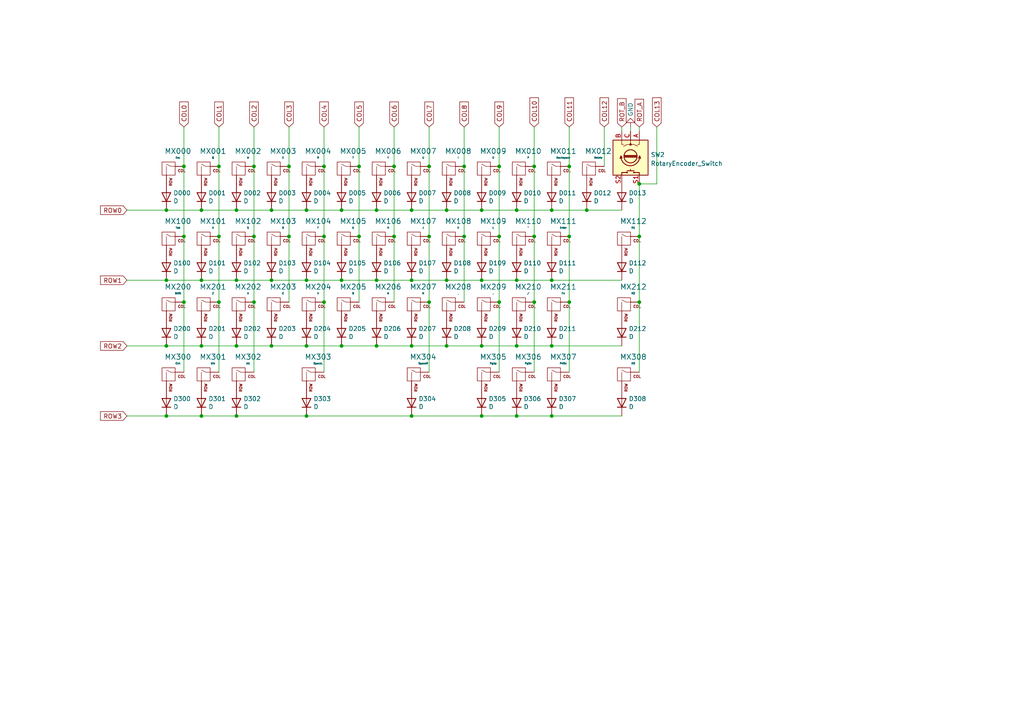
<source format=kicad_sch>
(kicad_sch (version 20211123) (generator eeschema)
  (paper "A4")
  (lib_symbols
    (symbol "Device:D" (pin_numbers hide) (pin_names (offset 1.016) hide)
      (property "Reference" "D" (at 0 2.54 0))
      (property "Value" "D" (at 0 -2.54 0))
      (symbol "D_0_1"
        (polyline (pts (xy -1.27 1.27) (xy -1.27 -1.27)) (stroke (width 0.254)))
        (polyline (pts (xy 1.27 0) (xy -1.27 0)))
        (polyline (pts (xy 1.27 1.27) (xy 1.27 -1.27) (xy -1.27 0) (xy 1.27 1.27)) (stroke (width 0.254)))
      )
      (symbol "D_1_1"
        (pin passive line (at -3.81 0 0) (length 2.54) (name "K") (number "1"))
        (pin passive line (at 3.81 0 180) (length 2.54) (name "A") (number "2"))
      )
    )
    (symbol "Device:RotaryEncoder_Switch" (pin_names (offset 0.254) hide)
      (property "Reference" "SW" (at 0 6.604 0))
      (property "Value" "RotaryEncoder_Switch" (at 0 -6.604 0))
      (symbol "RotaryEncoder_Switch_0_1"
        (rectangle (start -5.08 5.08) (end 5.08 -5.08) (stroke (width 0.254)) (fill (type background)))
        (circle (center -3.81 0) (radius 0.254) (fill (type outline)))
        (arc (start -0.381 -2.794) (mid 2.3622 -0.0508) (end -0.381 2.667) (stroke (width 0.254)))
        (circle (center -0.381 0) (radius 1.905) (stroke (width 0.254)))
        (polyline (pts (xy -0.635 -1.778) (xy -0.635 1.778)) (stroke (width 0.254)))
        (polyline (pts (xy -0.381 -1.778) (xy -0.381 1.778)) (stroke (width 0.254)))
        (polyline (pts (xy -0.127 1.778) (xy -0.127 -1.778)) (stroke (width 0.254)))
        (polyline (pts (xy 3.81 0) (xy 3.429 0)) (stroke (width 0.254)))
        (polyline (pts (xy 3.81 1.016) (xy 3.81 -1.016)) (stroke (width 0.254)))
        (polyline (pts (xy -5.08 -2.54) (xy -3.81 -2.54) (xy -3.81 -2.032)))
        (polyline (pts (xy -5.08 2.54) (xy -3.81 2.54) (xy -3.81 2.032)))
        (polyline (pts (xy 0.254 -3.048) (xy -0.508 -2.794) (xy 0.127 -2.413)) (stroke (width 0.254)))
        (polyline (pts (xy 0.254 2.921) (xy -0.508 2.667) (xy 0.127 2.286)) (stroke (width 0.254)))
        (polyline (pts (xy 5.08 -2.54) (xy 4.318 -2.54) (xy 4.318 -1.016)) (stroke (width 0.254)))
        (polyline (pts (xy 5.08 2.54) (xy 4.318 2.54) (xy 4.318 1.016)) (stroke (width 0.254)))
        (polyline (pts (xy -5.08 0) (xy -3.81 0) (xy -3.81 -1.016) (xy -3.302 -2.032)))
        (polyline (pts (xy -4.318 0) (xy -3.81 0) (xy -3.81 1.016) (xy -3.302 2.032)))
        (circle (center 4.318 -1.016) (radius 0.127) (stroke (width 0.254)))
        (circle (center 4.318 1.016) (radius 0.127) (stroke (width 0.254)))
      )
      (symbol "RotaryEncoder_Switch_1_1"
        (pin passive line (at -7.62 2.54 0) (length 2.54) (name "A") (number "A"))
        (pin passive line (at -7.62 -2.54 0) (length 2.54) (name "B") (number "B"))
        (pin passive line (at -7.62 0 0) (length 2.54) (name "C") (number "C"))
        (pin passive line (at 7.62 2.54 180) (length 2.54) (name "S1") (number "S1"))
        (pin passive line (at 7.62 -2.54 180) (length 2.54) (name "S2") (number "S2"))
      )
    )
    (symbol "MX_Alps_Hybrid:MX-NoLED" (pin_names (offset 1.016))
      (property "Reference" "MX" (at -0.635 3.81 0))
      (property "Value" "MX-NoLED" (at -0.635 1.27 0))
      (symbol "MX-NoLED_0_0"
        (rectangle (start -2.54 2.54) (end 1.27 -1.27))
        (polyline (pts (xy -1.27 -1.27) (xy -1.27 1.27)) (stroke (width 0.127)))
        (polyline (pts (xy 1.27 1.27) (xy 0 1.27) (xy -1.27 1.905)) (stroke (width 0.127)))
        (text "COL" (at 3.175 0 0) (effects (font (size 0.762 0.762))))
        (text "ROW" (at 0 -1.905 900) (effects (font (size 0.762 0.762)) (justify right)))
      )
      (symbol "MX-NoLED_1_1"
        (pin passive line (at 3.81 1.27 180) (length 2.54) (name "COL") (number "1"))
        (pin passive line (at -1.27 -3.81 90) (length 2.54) (name "ROW") (number "2"))
      )
    )
    (symbol "power:GND" (power) (pin_names (offset 0))
      (property "Value" "GND" (at 0 -3.81 0))
      (symbol "GND_0_1"
        (polyline (pts (xy 0 0) (xy 0 -1.27) (xy 1.27 -1.27) (xy 0 -2.54) (xy -1.27 -1.27) (xy 0 -1.27)))
      )
      (symbol "GND_1_1"
        (pin power_in line (at 0 0 270) (length 0) hide (name "GND") (number "1"))
      )
    )
  )
  (junction (at 165.1 48.26))
  (junction (at 93.98 68.58))
  (junction (at 160.02 100.33))
  (junction (at 83.82 68.58))
  (junction (at 165.1 68.58))
  (junction (at 63.5 87.63))
  (junction (at 185.42 87.63))
  (junction (at 114.3 68.58))
  (junction (at 149.86 60.96))
  (junction (at 160.02 60.96))
  (junction (at 109.22 100.33))
  (junction (at 119.38 120.65))
  (junction (at 104.14 68.58))
  (junction (at 68.58 60.96))
  (junction (at 73.66 68.58))
  (junction (at 73.66 87.63))
  (junction (at 53.34 87.63))
  (junction (at 53.34 48.26))
  (junction (at 48.26 60.96))
  (junction (at 88.9 60.96))
  (junction (at 124.46 48.26))
  (junction (at 58.42 81.28))
  (junction (at 58.42 60.96))
  (junction (at 154.94 87.63))
  (junction (at 124.46 68.58))
  (junction (at 109.22 60.96))
  (junction (at 119.38 60.96))
  (junction (at 99.06 100.33))
  (junction (at 73.66 48.26))
  (junction (at 99.06 81.28))
  (junction (at 134.62 68.58))
  (junction (at 83.82 48.26))
  (junction (at 119.38 81.28))
  (junction (at 58.42 120.65))
  (junction (at 68.58 100.33))
  (junction (at 124.46 87.63))
  (junction (at 154.94 68.58))
  (junction (at 139.7 100.33))
  (junction (at 68.58 81.28))
  (junction (at 48.26 81.28))
  (junction (at 68.58 120.65))
  (junction (at 78.74 100.33))
  (junction (at 139.7 60.96))
  (junction (at 78.74 81.28))
  (junction (at 119.38 100.33))
  (junction (at 53.34 68.58))
  (junction (at 160.02 120.65))
  (junction (at 144.78 87.63))
  (junction (at 99.06 60.96))
  (junction (at 88.9 81.28))
  (junction (at 129.54 100.33))
  (junction (at 48.26 120.65))
  (junction (at 129.54 81.28))
  (junction (at 58.42 100.33))
  (junction (at 78.74 60.96))
  (junction (at 170.18 60.96))
  (junction (at 149.86 120.65))
  (junction (at 104.14 48.26))
  (junction (at 129.54 60.96))
  (junction (at 63.5 68.58))
  (junction (at 149.86 81.28))
  (junction (at 93.98 87.63))
  (junction (at 139.7 81.28))
  (junction (at 160.02 81.28))
  (junction (at 88.9 100.33))
  (junction (at 93.98 48.26))
  (junction (at 88.9 120.65))
  (junction (at 139.7 120.65))
  (junction (at 144.78 48.26))
  (junction (at 165.1 87.63))
  (junction (at 144.78 68.58))
  (junction (at 114.3 48.26))
  (junction (at 134.62 48.26))
  (junction (at 149.86 100.33))
  (junction (at 48.26 100.33))
  (junction (at 185.42 68.58))
  (junction (at 63.5 48.26))
  (junction (at 109.22 81.28))
  (junction (at 185.42 53.34))
  (junction (at 154.94 48.26))
  (wire (pts (xy 73.66 68.58) (xy 73.66 87.63)))
  (wire (pts (xy 129.54 81.28) (xy 139.7 81.28)))
  (wire (pts (xy 185.42 107.95) (xy 185.42 87.63)))
  (wire (pts (xy 88.9 120.65) (xy 119.38 120.65)))
  (wire (pts (xy 129.54 100.33) (xy 139.7 100.33)))
  (wire (pts (xy 144.78 87.63) (xy 144.78 68.58)))
  (wire (pts (xy 99.06 60.96) (xy 109.22 60.96)))
  (wire (pts (xy 58.42 60.96) (xy 68.58 60.96)))
  (wire (pts (xy 119.38 120.65) (xy 139.7 120.65)))
  (wire (pts (xy 165.1 107.95) (xy 165.1 87.63)))
  (wire (pts (xy 36.83 60.96) (xy 48.26 60.96)))
  (wire (pts (xy 139.7 81.28) (xy 149.86 81.28)))
  (wire (pts (xy 170.18 60.96) (xy 180.34 60.96)))
  (wire (pts (xy 185.42 53.34) (xy 185.42 68.58)))
  (wire (pts (xy 185.42 87.63) (xy 185.42 68.58)))
  (wire (pts (xy 93.98 87.63) (xy 93.98 107.95)))
  (wire (pts (xy 124.46 68.58) (xy 124.46 48.26)))
  (wire (pts (xy 134.62 87.63) (xy 134.62 68.58)))
  (wire (pts (xy 129.54 60.96) (xy 139.7 60.96)))
  (wire (pts (xy 58.42 120.65) (xy 68.58 120.65)))
  (wire (pts (xy 63.5 68.58) (xy 63.5 87.63)))
  (wire (pts (xy 114.3 87.63) (xy 114.3 68.58)))
  (wire (pts (xy 48.26 60.96) (xy 58.42 60.96)))
  (wire (pts (xy 48.26 120.65) (xy 58.42 120.65)))
  (wire (pts (xy 58.42 100.33) (xy 68.58 100.33)))
  (wire (pts (xy 104.14 68.58) (xy 104.14 48.26)))
  (wire (pts (xy 63.5 87.63) (xy 63.5 107.95)))
  (wire (pts (xy 124.46 48.26) (xy 124.46 36.83)))
  (wire (pts (xy 73.66 87.63) (xy 73.66 107.95)))
  (wire (pts (xy 99.06 81.28) (xy 109.22 81.28)))
  (wire (pts (xy 48.26 100.33) (xy 58.42 100.33)))
  (wire (pts (xy 134.62 48.26) (xy 134.62 36.83)))
  (wire (pts (xy 180.34 38.1) (xy 180.34 36.83)))
  (wire (pts (xy 78.74 100.33) (xy 88.9 100.33)))
  (wire (pts (xy 53.34 87.63) (xy 53.34 107.95)))
  (wire (pts (xy 114.3 48.26) (xy 114.3 36.83)))
  (wire (pts (xy 119.38 100.33) (xy 129.54 100.33)))
  (wire (pts (xy 119.38 60.96) (xy 129.54 60.96)))
  (wire (pts (xy 139.7 60.96) (xy 149.86 60.96)))
  (wire (pts (xy 185.42 53.34) (xy 190.5 53.34)))
  (wire (pts (xy 119.38 81.28) (xy 129.54 81.28)))
  (wire (pts (xy 144.78 107.95) (xy 144.78 87.63)))
  (wire (pts (xy 165.1 68.58) (xy 165.1 48.26)))
  (wire (pts (xy 73.66 36.83) (xy 73.66 48.26)))
  (wire (pts (xy 78.74 60.96) (xy 88.9 60.96)))
  (wire (pts (xy 149.86 60.96) (xy 160.02 60.96)))
  (wire (pts (xy 134.62 68.58) (xy 134.62 48.26)))
  (wire (pts (xy 104.14 48.26) (xy 104.14 36.83)))
  (wire (pts (xy 78.74 81.28) (xy 88.9 81.28)))
  (wire (pts (xy 48.26 81.28) (xy 58.42 81.28)))
  (wire (pts (xy 104.14 87.63) (xy 104.14 68.58)))
  (wire (pts (xy 154.94 107.95) (xy 154.94 87.63)))
  (wire (pts (xy 139.7 120.65) (xy 149.86 120.65)))
  (wire (pts (xy 165.1 48.26) (xy 165.1 36.83)))
  (wire (pts (xy 124.46 87.63) (xy 124.46 68.58)))
  (wire (pts (xy 83.82 48.26) (xy 83.82 68.58)))
  (wire (pts (xy 68.58 60.96) (xy 78.74 60.96)))
  (wire (pts (xy 63.5 36.83) (xy 63.5 48.26)))
  (wire (pts (xy 36.83 81.28) (xy 48.26 81.28)))
  (wire (pts (xy 139.7 100.33) (xy 149.86 100.33)))
  (wire (pts (xy 144.78 68.58) (xy 144.78 48.26)))
  (wire (pts (xy 149.86 100.33) (xy 160.02 100.33)))
  (wire (pts (xy 93.98 68.58) (xy 93.98 87.63)))
  (wire (pts (xy 88.9 100.33) (xy 99.06 100.33)))
  (wire (pts (xy 160.02 60.96) (xy 170.18 60.96)))
  (wire (pts (xy 83.82 68.58) (xy 83.82 87.63)))
  (wire (pts (xy 154.94 87.63) (xy 154.94 68.58)))
  (wire (pts (xy 68.58 100.33) (xy 78.74 100.33)))
  (wire (pts (xy 88.9 60.96) (xy 99.06 60.96)))
  (wire (pts (xy 68.58 120.65) (xy 88.9 120.65)))
  (wire (pts (xy 53.34 36.83) (xy 53.34 48.26)))
  (wire (pts (xy 53.34 68.58) (xy 53.34 87.63)))
  (wire (pts (xy 36.83 120.65) (xy 48.26 120.65)))
  (wire (pts (xy 93.98 36.83) (xy 93.98 48.26)))
  (wire (pts (xy 144.78 48.26) (xy 144.78 36.83)))
  (wire (pts (xy 149.86 81.28) (xy 160.02 81.28)))
  (wire (pts (xy 160.02 120.65) (xy 180.34 120.65)))
  (wire (pts (xy 109.22 100.33) (xy 119.38 100.33)))
  (wire (pts (xy 185.42 38.1) (xy 185.42 36.83)))
  (wire (pts (xy 109.22 81.28) (xy 119.38 81.28)))
  (wire (pts (xy 190.5 53.34) (xy 190.5 36.83)))
  (wire (pts (xy 53.34 48.26) (xy 53.34 68.58)))
  (wire (pts (xy 154.94 48.26) (xy 154.94 36.83)))
  (wire (pts (xy 182.88 36.83) (xy 182.88 38.1)))
  (wire (pts (xy 175.26 48.26) (xy 175.26 36.83)))
  (wire (pts (xy 165.1 87.63) (xy 165.1 68.58)))
  (wire (pts (xy 114.3 68.58) (xy 114.3 48.26)))
  (wire (pts (xy 36.83 100.33) (xy 48.26 100.33)))
  (wire (pts (xy 160.02 100.33) (xy 180.34 100.33)))
  (wire (pts (xy 124.46 107.95) (xy 124.46 87.63)))
  (wire (pts (xy 83.82 36.83) (xy 83.82 48.26)))
  (wire (pts (xy 160.02 81.28) (xy 180.34 81.28)))
  (wire (pts (xy 88.9 81.28) (xy 99.06 81.28)))
  (wire (pts (xy 149.86 120.65) (xy 160.02 120.65)))
  (wire (pts (xy 58.42 81.28) (xy 68.58 81.28)))
  (wire (pts (xy 99.06 100.33) (xy 109.22 100.33)))
  (wire (pts (xy 154.94 68.58) (xy 154.94 48.26)))
  (wire (pts (xy 73.66 48.26) (xy 73.66 68.58)))
  (wire (pts (xy 93.98 48.26) (xy 93.98 68.58)))
  (wire (pts (xy 68.58 81.28) (xy 78.74 81.28)))
  (wire (pts (xy 63.5 48.26) (xy 63.5 68.58)))
  (wire (pts (xy 109.22 60.96) (xy 119.38 60.96)))
  (global_label "COL1" (shape input) (at 63.5 36.83 90) (property "Intersheet References" "${INTERSHEET_REFS}" (effects hide)))
  (global_label "COL6" (shape input) (at 114.3 36.83 90) (property "Intersheet References" "${INTERSHEET_REFS}" (effects hide)))
  (global_label "COL8" (shape input) (at 134.62 36.83 90) (property "Intersheet References" "${INTERSHEET_REFS}" (effects hide)))
  (global_label "ROT_B" (shape input) (at 180.34 36.83 90) (property "Intersheet References" "${INTERSHEET_REFS}" (effects hide)))
  (global_label "COL9" (shape input) (at 144.78 36.83 90) (property "Intersheet References" "${INTERSHEET_REFS}" (effects hide)))
  (global_label "ROW0" (shape input) (at 36.83 60.96 180) (property "Intersheet References" "${INTERSHEET_REFS}" (effects hide)))
  (global_label "ROW3" (shape input) (at 36.83 120.65 180) (property "Intersheet References" "${INTERSHEET_REFS}" (effects hide)))
  (global_label "COL13" (shape input) (at 190.5 36.83 90) (property "Intersheet References" "${INTERSHEET_REFS}" (effects hide)))
  (global_label "ROW2" (shape input) (at 36.83 100.33 180) (property "Intersheet References" "${INTERSHEET_REFS}" (effects hide)))
  (global_label "COL4" (shape input) (at 93.98 36.83 90) (property "Intersheet References" "${INTERSHEET_REFS}" (effects hide)))
  (global_label "COL5" (shape input) (at 104.14 36.83 90) (property "Intersheet References" "${INTERSHEET_REFS}" (effects hide)))
  (global_label "COL11" (shape input) (at 165.1 36.83 90) (property "Intersheet References" "${INTERSHEET_REFS}" (effects hide)))
  (global_label "COL3" (shape input) (at 83.82 36.83 90) (property "Intersheet References" "${INTERSHEET_REFS}" (effects hide)))
  (global_label "COL7" (shape input) (at 124.46 36.83 90) (property "Intersheet References" "${INTERSHEET_REFS}" (effects hide)))
  (global_label "COL10" (shape input) (at 154.94 36.83 90) (property "Intersheet References" "${INTERSHEET_REFS}" (effects hide)))
  (global_label "COL0" (shape input) (at 53.34 36.83 90) (property "Intersheet References" "${INTERSHEET_REFS}" (effects hide)))
  (global_label "COL2" (shape input) (at 73.66 36.83 90) (property "Intersheet References" "${INTERSHEET_REFS}" (effects hide)))
  (global_label "ROT_A" (shape input) (at 185.42 36.83 90) (property "Intersheet References" "${INTERSHEET_REFS}" (effects hide)))
  (global_label "ROW1" (shape input) (at 36.83 81.28 180) (property "Intersheet References" "${INTERSHEET_REFS}" (effects hide)))
  (global_label "COL12" (shape input) (at 175.26 36.83 90) (property "Intersheet References" "${INTERSHEET_REFS}" (effects hide)))
  (symbol (lib_id "Device:D") (at 119.38 96.52 90) (unit 1)
    (property "Reference" "D207" (at 121.3866 95.3516 90) (effects (justify right)))
    (property "Value" "D" (at 121.3866 97.663 90) (effects (justify right)))
    (property "Footprint" "Diode_SMD:D_SOD-123" (effects hide))
  )
  (symbol (lib_id "Device:D") (at 68.58 57.15 90) (unit 1)
    (property "Reference" "D002" (at 70.5866 55.9816 90) (effects (justify right)))
    (property "Value" "D" (at 70.5866 58.293 90) (effects (justify right)))
    (property "Footprint" "Diode_SMD:D_SOD-123" (effects hide))
  )
  (symbol (lib_id "MX_Alps_Hybrid:MX-NoLED") (at 120.65 49.53 0) (unit 1)
    (property "Reference" "MX007" (at 122.7328 43.8404 0) (effects (font (size 1.524 1.524))))
    (property "Value" "U" (at 122.7328 45.72 0) (effects (font (size 0.508 0.508))))
    (property "Footprint" "MX_Only:MXOnly-1U-Hotswap" (effects hide))
  )
  (symbol (lib_id "Device:D") (at 58.42 96.52 90) (unit 1)
    (property "Reference" "D201" (at 60.4266 95.3516 90) (effects (justify right)))
    (property "Value" "D" (at 60.4266 97.663 90) (effects (justify right)))
    (property "Footprint" "Diode_SMD:D_SOD-123" (effects hide))
  )
  (symbol (lib_id "MX_Alps_Hybrid:MX-NoLED") (at 59.69 109.22 0) (unit 1)
    (property "Reference" "MX301" (at 61.7728 103.5304 0) (effects (font (size 1.524 1.524))))
    (property "Value" "Win" (at 61.7728 105.41 0) (effects (font (size 0.508 0.508))))
    (property "Footprint" "MX_Only:MXOnly-1.25U-Hotswap" (effects hide))
  )
  (symbol (lib_id "Device:D") (at 139.7 116.84 90) (unit 1)
    (property "Reference" "D305" (at 141.7066 115.6716 90) (effects (justify right)))
    (property "Value" "D" (at 141.7066 117.983 90) (effects (justify right)))
    (property "Footprint" "Diode_SMD:D_SOD-123" (effects hide))
  )
  (symbol (lib_id "MX_Alps_Hybrid:MX-NoLED") (at 110.49 88.9 0) (unit 1)
    (property "Reference" "MX206" (at 112.5728 83.2104 0) (effects (font (size 1.524 1.524))))
    (property "Value" "N" (at 112.5728 85.09 0) (effects (font (size 0.508 0.508))))
    (property "Footprint" "MX_Only:MXOnly-1U-Hotswap" (effects hide))
  )
  (symbol (lib_id "MX_Alps_Hybrid:MX-NoLED") (at 59.69 49.53 0) (unit 1)
    (property "Reference" "MX001" (at 61.7728 43.8404 0) (effects (font (size 1.524 1.524))))
    (property "Value" "Q" (at 61.7728 45.72 0) (effects (font (size 0.508 0.508))))
    (property "Footprint" "MX_Only:MXOnly-1U-Hotswap" (effects hide))
  )
  (symbol (lib_id "MX_Alps_Hybrid:MX-NoLED") (at 90.17 49.53 0) (unit 1)
    (property "Reference" "MX004" (at 92.2528 43.8404 0) (effects (font (size 1.524 1.524))))
    (property "Value" "R" (at 92.2528 45.72 0) (effects (font (size 0.508 0.508))))
    (property "Footprint" "MX_Only:MXOnly-1U-Hotswap" (effects hide))
  )
  (symbol (lib_id "Device:D") (at 109.22 96.52 90) (unit 1)
    (property "Reference" "D206" (at 111.2266 95.3516 90) (effects (justify right)))
    (property "Value" "D" (at 111.2266 97.663 90) (effects (justify right)))
    (property "Footprint" "Diode_SMD:D_SOD-123" (effects hide))
  )
  (symbol (lib_id "Device:D") (at 180.34 116.84 90) (unit 1)
    (property "Reference" "D308" (at 182.3466 115.6716 90) (effects (justify right)))
    (property "Value" "D" (at 182.3466 117.983 90) (effects (justify right)))
    (property "Footprint" "Diode_SMD:D_SOD-123" (effects hide))
  )
  (symbol (lib_id "MX_Alps_Hybrid:MX-NoLED") (at 59.69 88.9 0) (unit 1)
    (property "Reference" "MX201" (at 61.7728 83.2104 0) (effects (font (size 1.524 1.524))))
    (property "Value" "Z" (at 61.7728 85.09 0) (effects (font (size 0.508 0.508))))
    (property "Footprint" "MX_Only:MXOnly-1U-Hotswap" (effects hide))
  )
  (symbol (lib_id "Device:D") (at 129.54 77.47 90) (unit 1)
    (property "Reference" "D108" (at 131.5466 76.3016 90) (effects (justify right)))
    (property "Value" "D" (at 131.5466 78.613 90) (effects (justify right)))
    (property "Footprint" "Diode_SMD:D_SOD-123" (effects hide))
  )
  (symbol (lib_id "Device:D") (at 119.38 116.84 90) (unit 1)
    (property "Reference" "D304" (at 121.3866 115.6716 90) (effects (justify right)))
    (property "Value" "D" (at 121.3866 117.983 90) (effects (justify right)))
    (property "Footprint" "Diode_SMD:D_SOD-123" (effects hide))
  )
  (symbol (lib_id "Device:D") (at 160.02 116.84 90) (unit 1)
    (property "Reference" "D307" (at 162.0266 115.6716 90) (effects (justify right)))
    (property "Value" "D" (at 162.0266 117.983 90) (effects (justify right)))
    (property "Footprint" "Diode_SMD:D_SOD-123" (effects hide))
  )
  (symbol (lib_id "Device:D") (at 48.26 96.52 90) (unit 1)
    (property "Reference" "D200" (at 50.2666 95.3516 90) (effects (justify right)))
    (property "Value" "D" (at 50.2666 97.663 90) (effects (justify right)))
    (property "Footprint" "Diode_SMD:D_SOD-123" (effects hide))
  )
  (symbol (lib_id "MX_Alps_Hybrid:MX-NoLED") (at 140.97 88.9 0) (unit 1)
    (property "Reference" "MX209" (at 143.0528 83.2104 0) (effects (font (size 1.524 1.524))))
    (property "Value" "." (at 143.0528 85.09 0) (effects (font (size 0.508 0.508))))
    (property "Footprint" "MX_Only:MXOnly-1U-Hotswap" (effects hide))
  )
  (symbol (lib_id "Device:D") (at 129.54 96.52 90) (unit 1)
    (property "Reference" "D208" (at 131.5466 95.3516 90) (effects (justify right)))
    (property "Value" "D" (at 131.5466 97.663 90) (effects (justify right)))
    (property "Footprint" "Diode_SMD:D_SOD-123" (effects hide))
  )
  (symbol (lib_id "Device:D") (at 48.26 77.47 90) (unit 1)
    (property "Reference" "D100" (at 50.2666 76.3016 90) (effects (justify right)))
    (property "Value" "D" (at 50.2666 78.613 90) (effects (justify right)))
    (property "Footprint" "Diode_SMD:D_SOD-123" (effects hide))
  )
  (symbol (lib_id "Device:D") (at 180.34 96.52 90) (unit 1)
    (property "Reference" "D212" (at 182.3466 95.3516 90) (effects (justify right)))
    (property "Value" "D" (at 182.3466 97.663 90) (effects (justify right)))
    (property "Footprint" "Diode_SMD:D_SOD-123" (effects hide))
  )
  (symbol (lib_id "Device:D") (at 58.42 77.47 90) (unit 1)
    (property "Reference" "D101" (at 60.4266 76.3016 90) (effects (justify right)))
    (property "Value" "D" (at 60.4266 78.613 90) (effects (justify right)))
    (property "Footprint" "Diode_SMD:D_SOD-123" (effects hide))
  )
  (symbol (lib_id "MX_Alps_Hybrid:MX-NoLED") (at 100.33 69.85 0) (unit 1)
    (property "Reference" "MX105" (at 102.4128 64.1604 0) (effects (font (size 1.524 1.524))))
    (property "Value" "G" (at 102.4128 66.04 0) (effects (font (size 0.508 0.508))))
    (property "Footprint" "MX_Only:MXOnly-1U-Hotswap" (effects hide))
  )
  (symbol (lib_id "MX_Alps_Hybrid:MX-NoLED") (at 100.33 49.53 0) (unit 1)
    (property "Reference" "MX005" (at 102.4128 43.8404 0) (effects (font (size 1.524 1.524))))
    (property "Value" "T" (at 102.4128 45.72 0) (effects (font (size 0.508 0.508))))
    (property "Footprint" "MX_Only:MXOnly-1U-Hotswap" (effects hide))
  )
  (symbol (lib_id "Device:D") (at 68.58 77.47 90) (unit 1)
    (property "Reference" "D102" (at 70.5866 76.3016 90) (effects (justify right)))
    (property "Value" "D" (at 70.5866 78.613 90) (effects (justify right)))
    (property "Footprint" "Diode_SMD:D_SOD-123" (effects hide))
  )
  (symbol (lib_id "Device:D") (at 78.74 57.15 90) (unit 1)
    (property "Reference" "D003" (at 80.7466 55.9816 90) (effects (justify right)))
    (property "Value" "D" (at 80.7466 58.293 90) (effects (justify right)))
    (property "Footprint" "Diode_SMD:D_SOD-123" (effects hide))
  )
  (symbol (lib_id "Device:D") (at 99.06 57.15 90) (unit 1)
    (property "Reference" "D005" (at 101.0666 55.9816 90) (effects (justify right)))
    (property "Value" "D" (at 101.0666 58.293 90) (effects (justify right)))
    (property "Footprint" "Diode_SMD:D_SOD-123" (effects hide))
  )
  (symbol (lib_id "Device:D") (at 109.22 57.15 90) (unit 1)
    (property "Reference" "D006" (at 111.2266 55.9816 90) (effects (justify right)))
    (property "Value" "D" (at 111.2266 58.293 90) (effects (justify right)))
    (property "Footprint" "Diode_SMD:D_SOD-123" (effects hide))
  )
  (symbol (lib_id "MX_Alps_Hybrid:MX-NoLED") (at 171.45 49.53 0) (unit 1)
    (property "Reference" "MX012" (at 173.5328 43.8404 0) (effects (font (size 1.524 1.524))))
    (property "Value" "Delete" (at 173.5328 45.72 0) (effects (font (size 0.508 0.508))))
    (property "Footprint" "MX_Only:MXOnly-1U-Hotswap" (effects hide))
  )
  (symbol (lib_id "MX_Alps_Hybrid:MX-NoLED") (at 120.65 69.85 0) (unit 1)
    (property "Reference" "MX107" (at 122.7328 64.1604 0) (effects (font (size 1.524 1.524))))
    (property "Value" "J" (at 122.7328 66.04 0) (effects (font (size 0.508 0.508))))
    (property "Footprint" "MX_Only:MXOnly-1U-Hotswap" (effects hide))
  )
  (symbol (lib_id "MX_Alps_Hybrid:MX-NoLED") (at 181.61 109.22 0) (unit 1)
    (property "Reference" "MX308" (at 183.6928 103.5304 0) (effects (font (size 1.524 1.524))))
    (property "Value" "M3" (at 183.6928 105.41 0) (effects (font (size 0.508 0.508))))
    (property "Footprint" "MX_Only:MXOnly-1U-Hotswap" (effects hide))
  )
  (symbol (lib_id "MX_Alps_Hybrid:MX-NoLED") (at 130.81 69.85 0) (unit 1)
    (property "Reference" "MX108" (at 132.8928 64.1604 0) (effects (font (size 1.524 1.524))))
    (property "Value" "K" (at 132.8928 66.04 0) (effects (font (size 0.508 0.508))))
    (property "Footprint" "MX_Only:MXOnly-1U-Hotswap" (effects hide))
  )
  (symbol (lib_id "MX_Alps_Hybrid:MX-NoLED") (at 49.53 69.85 0) (unit 1)
    (property "Reference" "MX100" (at 51.6128 64.1604 0) (effects (font (size 1.524 1.524))))
    (property "Value" "Tab" (at 51.6128 66.04 0) (effects (font (size 0.508 0.508))))
    (property "Footprint" "MX_Only:MXOnly-1.25U-Hotswap" (effects hide))
  )
  (symbol (lib_id "MX_Alps_Hybrid:MX-NoLED") (at 49.53 109.22 0) (unit 1)
    (property "Reference" "MX300" (at 51.6128 103.5304 0) (effects (font (size 1.524 1.524))))
    (property "Value" "Ctrl" (at 51.6128 105.41 0) (effects (font (size 0.508 0.508))))
    (property "Footprint" "MX_Only:MXOnly-1.25U-Hotswap" (effects hide))
  )
  (symbol (lib_id "MX_Alps_Hybrid:MX-NoLED") (at 151.13 109.22 0) (unit 1)
    (property "Reference" "MX306" (at 153.2128 103.5304 0) (effects (font (size 1.524 1.524))))
    (property "Value" "PgDn" (at 153.2128 105.41 0) (effects (font (size 0.508 0.508))))
    (property "Footprint" "MX_Only:MXOnly-1.25U-Hotswap" (effects hide))
  )
  (symbol (lib_id "Device:D") (at 149.86 57.15 90) (unit 1)
    (property "Reference" "D010" (at 151.8666 55.9816 90) (effects (justify right)))
    (property "Value" "D" (at 151.8666 58.293 90) (effects (justify right)))
    (property "Footprint" "Diode_SMD:D_SOD-123" (effects hide))
  )
  (symbol (lib_id "Device:D") (at 160.02 77.47 90) (unit 1)
    (property "Reference" "D111" (at 162.0266 76.3016 90) (effects (justify right)))
    (property "Value" "D" (at 162.0266 78.613 90) (effects (justify right)))
    (property "Footprint" "Diode_SMD:D_SOD-123" (effects hide))
  )
  (symbol (lib_id "MX_Alps_Hybrid:MX-NoLED") (at 130.81 49.53 0) (unit 1)
    (property "Reference" "MX008" (at 132.8928 43.8404 0) (effects (font (size 1.524 1.524))))
    (property "Value" "I" (at 132.8928 45.72 0) (effects (font (size 0.508 0.508))))
    (property "Footprint" "MX_Only:MXOnly-1U-Hotswap" (effects hide))
  )
  (symbol (lib_id "Device:D") (at 119.38 77.47 90) (unit 1)
    (property "Reference" "D107" (at 121.3866 76.3016 90) (effects (justify right)))
    (property "Value" "D" (at 121.3866 78.613 90) (effects (justify right)))
    (property "Footprint" "Diode_SMD:D_SOD-123" (effects hide))
  )
  (symbol (lib_id "MX_Alps_Hybrid:MX-NoLED") (at 161.29 49.53 0) (unit 1)
    (property "Reference" "MX011" (at 163.3728 43.8404 0) (effects (font (size 1.524 1.524))))
    (property "Value" "Backspace" (at 163.3728 45.72 0) (effects (font (size 0.508 0.508))))
    (property "Footprint" "MX_Only:MXOnly-1U-Hotswap" (effects hide))
  )
  (symbol (lib_id "MX_Alps_Hybrid:MX-NoLED") (at 90.17 109.22 0) (unit 1)
    (property "Reference" "MX303" (at 92.2528 103.5304 0) (effects (font (size 1.524 1.524))))
    (property "Value" "SpaceL" (at 92.2528 105.41 0) (effects (font (size 0.508 0.508))))
    (property "Footprint" "MX_Only:MXOnly-2.75U-Hotswap-ReversedStabilizers" (effects hide))
  )
  (symbol (lib_id "Device:D") (at 88.9 96.52 90) (unit 1)
    (property "Reference" "D204" (at 90.9066 95.3516 90) (effects (justify right)))
    (property "Value" "D" (at 90.9066 97.663 90) (effects (justify right)))
    (property "Footprint" "Diode_SMD:D_SOD-123" (effects hide))
  )
  (symbol (lib_id "Device:D") (at 48.26 57.15 90) (unit 1)
    (property "Reference" "D000" (at 50.2666 55.9816 90) (effects (justify right)))
    (property "Value" "D" (at 50.2666 58.293 90) (effects (justify right)))
    (property "Footprint" "Diode_SMD:D_SOD-123" (effects hide))
  )
  (symbol (lib_id "Device:D") (at 139.7 57.15 90) (unit 1)
    (property "Reference" "D009" (at 141.7066 55.9816 90) (effects (justify right)))
    (property "Value" "D" (at 141.7066 58.293 90) (effects (justify right)))
    (property "Footprint" "Diode_SMD:D_SOD-123" (effects hide))
  )
  (symbol (lib_id "Device:D") (at 139.7 77.47 90) (unit 1)
    (property "Reference" "D109" (at 141.7066 76.3016 90) (effects (justify right)))
    (property "Value" "D" (at 141.7066 78.613 90) (effects (justify right)))
    (property "Footprint" "Diode_SMD:D_SOD-123" (effects hide))
  )
  (symbol (lib_id "MX_Alps_Hybrid:MX-NoLED") (at 130.81 88.9 0) (unit 1)
    (property "Reference" "MX208" (at 132.8928 83.2104 0) (effects (font (size 1.524 1.524))))
    (property "Value" "," (at 132.8928 85.09 0) (effects (font (size 0.508 0.508))))
    (property "Footprint" "MX_Only:MXOnly-1U-Hotswap" (effects hide))
  )
  (symbol (lib_id "Device:D") (at 180.34 77.47 90) (unit 1)
    (property "Reference" "D112" (at 182.3466 76.3016 90) (effects (justify right)))
    (property "Value" "D" (at 182.3466 78.613 90) (effects (justify right)))
    (property "Footprint" "Diode_SMD:D_SOD-123" (effects hide))
  )
  (symbol (lib_id "Device:D") (at 149.86 116.84 90) (unit 1)
    (property "Reference" "D306" (at 151.8666 115.6716 90) (effects (justify right)))
    (property "Value" "D" (at 151.8666 117.983 90) (effects (justify right)))
    (property "Footprint" "Diode_SMD:D_SOD-123" (effects hide))
  )
  (symbol (lib_id "MX_Alps_Hybrid:MX-NoLED") (at 181.61 88.9 0) (unit 1)
    (property "Reference" "MX212" (at 183.6928 83.2104 0) (effects (font (size 1.524 1.524))))
    (property "Value" "M2" (at 183.6928 85.09 0) (effects (font (size 0.508 0.508))))
    (property "Footprint" "MX_Only:MXOnly-1U-Hotswap" (effects hide))
  )
  (symbol (lib_id "MX_Alps_Hybrid:MX-NoLED") (at 90.17 69.85 0) (unit 1)
    (property "Reference" "MX104" (at 92.2528 64.1604 0) (effects (font (size 1.524 1.524))))
    (property "Value" "F" (at 92.2528 66.04 0) (effects (font (size 0.508 0.508))))
    (property "Footprint" "MX_Only:MXOnly-1U-Hotswap" (effects hide))
  )
  (symbol (lib_id "Device:D") (at 119.38 57.15 90) (unit 1)
    (property "Reference" "D007" (at 121.3866 55.9816 90) (effects (justify right)))
    (property "Value" "D" (at 121.3866 58.293 90) (effects (justify right)))
    (property "Footprint" "Diode_SMD:D_SOD-123" (effects hide))
  )
  (symbol (lib_id "MX_Alps_Hybrid:MX-NoLED") (at 110.49 49.53 0) (unit 1)
    (property "Reference" "MX006" (at 112.5728 43.8404 0) (effects (font (size 1.524 1.524))))
    (property "Value" "Y" (at 112.5728 45.72 0) (effects (font (size 0.508 0.508))))
    (property "Footprint" "MX_Only:MXOnly-1U-Hotswap" (effects hide))
  )
  (symbol (lib_id "power:GND") (at 182.88 36.83 180) (unit 1)
    (property "Reference" "#PWR0111" (effects hide))
    (property "Value" "GND" (at 182.88 31.75 90))
  )
  (symbol (lib_id "Device:D") (at 160.02 57.15 90) (unit 1)
    (property "Reference" "D011" (at 162.0266 55.9816 90) (effects (justify right)))
    (property "Value" "D" (at 162.0266 58.293 90) (effects (justify right)))
    (property "Footprint" "Diode_SMD:D_SOD-123" (effects hide))
  )
  (symbol (lib_id "MX_Alps_Hybrid:MX-NoLED") (at 140.97 49.53 0) (unit 1)
    (property "Reference" "MX009" (at 143.0528 43.8404 0) (effects (font (size 1.524 1.524))))
    (property "Value" "O" (at 143.0528 45.72 0) (effects (font (size 0.508 0.508))))
    (property "Footprint" "MX_Only:MXOnly-1U-Hotswap" (effects hide))
  )
  (symbol (lib_id "Device:D") (at 129.54 57.15 90) (unit 1)
    (property "Reference" "D008" (at 131.5466 55.9816 90) (effects (justify right)))
    (property "Value" "D" (at 131.5466 58.293 90) (effects (justify right)))
    (property "Footprint" "Diode_SMD:D_SOD-123" (effects hide))
  )
  (symbol (lib_id "Device:D") (at 68.58 96.52 90) (unit 1)
    (property "Reference" "D202" (at 70.5866 95.3516 90) (effects (justify right)))
    (property "Value" "D" (at 70.5866 97.663 90) (effects (justify right)))
    (property "Footprint" "Diode_SMD:D_SOD-123" (effects hide))
  )
  (symbol (lib_id "MX_Alps_Hybrid:MX-NoLED") (at 161.29 69.85 0) (unit 1)
    (property "Reference" "MX111" (at 163.3728 64.1604 0) (effects (font (size 1.524 1.524))))
    (property "Value" "Enter" (at 163.3728 66.04 0) (effects (font (size 0.508 0.508))))
    (property "Footprint" "MX_Only:MXOnly-1.75U-Hotswap" (effects hide))
  )
  (symbol (lib_id "Device:RotaryEncoder_Switch") (at 182.88 45.72 270) (unit 1)
    (property "Reference" "SW2" (at 188.722 44.8853 90) (effects (justify left)))
    (property "Value" "RotaryEncoder_Switch" (at 188.722 47.4222 90) (effects (justify left)))
    (property "Footprint" "Rotary_Encoder:RotaryEncoder_Alps_EC11E-Switch_Vertical_H20mm" (effects hide))
  )
  (symbol (lib_id "Device:D") (at 78.74 77.47 90) (unit 1)
    (property "Reference" "D103" (at 80.7466 76.3016 90) (effects (justify right)))
    (property "Value" "D" (at 80.7466 78.613 90) (effects (justify right)))
    (property "Footprint" "Diode_SMD:D_SOD-123" (effects hide))
  )
  (symbol (lib_id "Device:D") (at 149.86 77.47 90) (unit 1)
    (property "Reference" "D110" (at 151.8666 76.3016 90) (effects (justify right)))
    (property "Value" "D" (at 151.8666 78.613 90) (effects (justify right)))
    (property "Footprint" "Diode_SMD:D_SOD-123" (effects hide))
  )
  (symbol (lib_id "Device:D") (at 58.42 116.84 90) (unit 1)
    (property "Reference" "D301" (at 60.4266 115.6716 90) (effects (justify right)))
    (property "Value" "D" (at 60.4266 117.983 90) (effects (justify right)))
    (property "Footprint" "Diode_SMD:D_SOD-123" (effects hide))
  )
  (symbol (lib_id "MX_Alps_Hybrid:MX-NoLED") (at 49.53 49.53 0) (unit 1)
    (property "Reference" "MX000" (at 51.6128 43.8404 0) (effects (font (size 1.524 1.524))))
    (property "Value" "Esc" (at 51.6128 45.72 0) (effects (font (size 0.508 0.508))))
    (property "Footprint" "MX_Only:MXOnly-1U-Hotswap" (effects hide))
  )
  (symbol (lib_id "Device:D") (at 88.9 116.84 90) (unit 1)
    (property "Reference" "D303" (at 90.9066 115.6716 90) (effects (justify right)))
    (property "Value" "D" (at 90.9066 117.983 90) (effects (justify right)))
    (property "Footprint" "Diode_SMD:D_SOD-123" (effects hide))
  )
  (symbol (lib_id "MX_Alps_Hybrid:MX-NoLED") (at 140.97 69.85 0) (unit 1)
    (property "Reference" "MX109" (at 143.0528 64.1604 0) (effects (font (size 1.524 1.524))))
    (property "Value" "L" (at 143.0528 66.04 0) (effects (font (size 0.508 0.508))))
    (property "Footprint" "MX_Only:MXOnly-1U-Hotswap" (effects hide))
  )
  (symbol (lib_id "Device:D") (at 88.9 77.47 90) (unit 1)
    (property "Reference" "D104" (at 90.9066 76.3016 90) (effects (justify right)))
    (property "Value" "D" (at 90.9066 78.613 90) (effects (justify right)))
    (property "Footprint" "Diode_SMD:D_SOD-123" (effects hide))
  )
  (symbol (lib_id "Device:D") (at 48.26 116.84 90) (unit 1)
    (property "Reference" "D300" (at 50.2666 115.6716 90) (effects (justify right)))
    (property "Value" "D" (at 50.2666 117.983 90) (effects (justify right)))
    (property "Footprint" "Diode_SMD:D_SOD-123" (effects hide))
  )
  (symbol (lib_id "MX_Alps_Hybrid:MX-NoLED") (at 161.29 109.22 0) (unit 1)
    (property "Reference" "MX307" (at 163.3728 103.5304 0) (effects (font (size 1.524 1.524))))
    (property "Value" "PrtSc" (at 163.3728 105.41 0) (effects (font (size 0.508 0.508))))
    (property "Footprint" "MX_Only:MXOnly-1.25U-Hotswap" (effects hide))
  )
  (symbol (lib_id "MX_Alps_Hybrid:MX-NoLED") (at 120.65 88.9 0) (unit 1)
    (property "Reference" "MX207" (at 122.7328 83.2104 0) (effects (font (size 1.524 1.524))))
    (property "Value" "M" (at 122.7328 85.09 0) (effects (font (size 0.508 0.508))))
    (property "Footprint" "MX_Only:MXOnly-1U-Hotswap" (effects hide))
  )
  (symbol (lib_id "Device:D") (at 68.58 116.84 90) (unit 1)
    (property "Reference" "D302" (at 70.5866 115.6716 90) (effects (justify right)))
    (property "Value" "D" (at 70.5866 117.983 90) (effects (justify right)))
    (property "Footprint" "Diode_SMD:D_SOD-123" (effects hide))
  )
  (symbol (lib_id "Device:D") (at 170.18 57.15 90) (unit 1)
    (property "Reference" "D012" (at 172.1866 55.9816 90) (effects (justify right)))
    (property "Value" "D" (at 172.1866 58.293 90) (effects (justify right)))
    (property "Footprint" "Diode_SMD:D_SOD-123" (effects hide))
  )
  (symbol (lib_id "Device:D") (at 78.74 96.52 90) (unit 1)
    (property "Reference" "D203" (at 80.7466 95.3516 90) (effects (justify right)))
    (property "Value" "D" (at 80.7466 97.663 90) (effects (justify right)))
    (property "Footprint" "Diode_SMD:D_SOD-123" (effects hide))
  )
  (symbol (lib_id "MX_Alps_Hybrid:MX-NoLED") (at 80.01 49.53 0) (unit 1)
    (property "Reference" "MX003" (at 82.0928 43.8404 0) (effects (font (size 1.524 1.524))))
    (property "Value" "E" (at 82.0928 45.72 0) (effects (font (size 0.508 0.508))))
    (property "Footprint" "MX_Only:MXOnly-1U-Hotswap" (effects hide))
  )
  (symbol (lib_id "Device:D") (at 99.06 96.52 90) (unit 1)
    (property "Reference" "D205" (at 101.0666 95.3516 90) (effects (justify right)))
    (property "Value" "D" (at 101.0666 97.663 90) (effects (justify right)))
    (property "Footprint" "Diode_SMD:D_SOD-123" (effects hide))
  )
  (symbol (lib_id "MX_Alps_Hybrid:MX-NoLED") (at 110.49 69.85 0) (unit 1)
    (property "Reference" "MX106" (at 112.5728 64.1604 0) (effects (font (size 1.524 1.524))))
    (property "Value" "H" (at 112.5728 66.04 0) (effects (font (size 0.508 0.508))))
    (property "Footprint" "MX_Only:MXOnly-1U-Hotswap" (effects hide))
  )
  (symbol (lib_id "MX_Alps_Hybrid:MX-NoLED") (at 140.97 109.22 0) (unit 1)
    (property "Reference" "MX305" (at 143.0528 103.5304 0) (effects (font (size 1.524 1.524))))
    (property "Value" "PgUp" (at 143.0528 105.41 0) (effects (font (size 0.508 0.508))))
    (property "Footprint" "MX_Only:MXOnly-1.25U-Hotswap" (effects hide))
  )
  (symbol (lib_id "MX_Alps_Hybrid:MX-NoLED") (at 80.01 69.85 0) (unit 1)
    (property "Reference" "MX103" (at 82.0928 64.1604 0) (effects (font (size 1.524 1.524))))
    (property "Value" "D" (at 82.0928 66.04 0) (effects (font (size 0.508 0.508))))
    (property "Footprint" "MX_Only:MXOnly-1U-Hotswap" (effects hide))
  )
  (symbol (lib_id "MX_Alps_Hybrid:MX-NoLED") (at 161.29 88.9 0) (unit 1)
    (property "Reference" "MX211" (at 163.3728 83.2104 0) (effects (font (size 1.524 1.524))))
    (property "Value" "Fn" (at 163.3728 85.09 0) (effects (font (size 0.508 0.508))))
    (property "Footprint" "MX_Only:MXOnly-1.5U-Hotswap" (effects hide))
  )
  (symbol (lib_id "MX_Alps_Hybrid:MX-NoLED") (at 90.17 88.9 0) (unit 1)
    (property "Reference" "MX204" (at 92.2528 83.2104 0) (effects (font (size 1.524 1.524))))
    (property "Value" "V" (at 92.2528 85.09 0) (effects (font (size 0.508 0.508))))
    (property "Footprint" "MX_Only:MXOnly-1U-Hotswap" (effects hide))
  )
  (symbol (lib_id "MX_Alps_Hybrid:MX-NoLED") (at 69.85 49.53 0) (unit 1)
    (property "Reference" "MX002" (at 71.9328 43.8404 0) (effects (font (size 1.524 1.524))))
    (property "Value" "W" (at 71.9328 45.72 0) (effects (font (size 0.508 0.508))))
    (property "Footprint" "MX_Only:MXOnly-1U-Hotswap" (effects hide))
  )
  (symbol (lib_id "MX_Alps_Hybrid:MX-NoLED") (at 120.65 109.22 0) (unit 1)
    (property "Reference" "MX304" (at 122.7328 103.5304 0) (effects (font (size 1.524 1.524))))
    (property "Value" "SpaceR" (at 122.7328 105.41 0) (effects (font (size 0.508 0.508))))
    (property "Footprint" "MX_Only:MXOnly-2.75U-Hotswap-ReversedStabilizers" (effects hide))
  )
  (symbol (lib_id "MX_Alps_Hybrid:MX-NoLED") (at 59.69 69.85 0) (unit 1)
    (property "Reference" "MX101" (at 61.7728 64.1604 0) (effects (font (size 1.524 1.524))))
    (property "Value" "A" (at 61.7728 66.04 0) (effects (font (size 0.508 0.508))))
    (property "Footprint" "MX_Only:MXOnly-1U-Hotswap" (effects hide))
  )
  (symbol (lib_id "Device:D") (at 139.7 96.52 90) (unit 1)
    (property "Reference" "D209" (at 141.7066 95.3516 90) (effects (justify right)))
    (property "Value" "D" (at 141.7066 97.663 90) (effects (justify right)))
    (property "Footprint" "Diode_SMD:D_SOD-123" (effects hide))
  )
  (symbol (lib_id "Device:D") (at 180.34 57.15 90) (unit 1)
    (property "Reference" "D013" (at 182.3466 55.9816 90) (effects (justify right)))
    (property "Value" "D" (at 182.3466 58.293 90) (effects (justify right)))
    (property "Footprint" "Diode_SMD:D_SOD-123" (effects hide))
  )
  (symbol (lib_id "Device:D") (at 88.9 57.15 90) (unit 1)
    (property "Reference" "D004" (at 90.9066 55.9816 90) (effects (justify right)))
    (property "Value" "D" (at 90.9066 58.293 90) (effects (justify right)))
    (property "Footprint" "Diode_SMD:D_SOD-123" (effects hide))
  )
  (symbol (lib_id "MX_Alps_Hybrid:MX-NoLED") (at 69.85 109.22 0) (unit 1)
    (property "Reference" "MX302" (at 71.9328 103.5304 0) (effects (font (size 1.524 1.524))))
    (property "Value" "Alt" (at 71.9328 105.41 0) (effects (font (size 0.508 0.508))))
    (property "Footprint" "MX_Only:MXOnly-1.25U-Hotswap" (effects hide))
  )
  (symbol (lib_id "MX_Alps_Hybrid:MX-NoLED") (at 181.61 69.85 0) (unit 1)
    (property "Reference" "MX112" (at 183.6928 64.1604 0) (effects (font (size 1.524 1.524))))
    (property "Value" "M1" (at 183.6928 66.04 0) (effects (font (size 0.508 0.508))))
    (property "Footprint" "MX_Only:MXOnly-1U-Hotswap" (effects hide))
  )
  (symbol (lib_id "Device:D") (at 109.22 77.47 90) (unit 1)
    (property "Reference" "D106" (at 111.2266 76.3016 90) (effects (justify right)))
    (property "Value" "D" (at 111.2266 78.613 90) (effects (justify right)))
    (property "Footprint" "Diode_SMD:D_SOD-123" (effects hide))
  )
  (symbol (lib_id "MX_Alps_Hybrid:MX-NoLED") (at 151.13 88.9 0) (unit 1)
    (property "Reference" "MX210" (at 153.2128 83.2104 0) (effects (font (size 1.524 1.524))))
    (property "Value" "/" (at 153.2128 85.09 0) (effects (font (size 0.508 0.508))))
    (property "Footprint" "MX_Only:MXOnly-1U-Hotswap" (effects hide))
  )
  (symbol (lib_id "MX_Alps_Hybrid:MX-NoLED") (at 151.13 69.85 0) (unit 1)
    (property "Reference" "MX110" (at 153.2128 64.1604 0) (effects (font (size 1.524 1.524))))
    (property "Value" "\"" (at 153.2128 66.04 0) (effects (font (size 0.508 0.508))))
    (property "Footprint" "MX_Only:MXOnly-1U-Hotswap" (effects hide))
  )
  (symbol (lib_id "Device:D") (at 99.06 77.47 90) (unit 1)
    (property "Reference" "D105" (at 101.0666 76.3016 90) (effects (justify right)))
    (property "Value" "D" (at 101.0666 78.613 90) (effects (justify right)))
    (property "Footprint" "Diode_SMD:D_SOD-123" (effects hide))
  )
  (symbol (lib_id "MX_Alps_Hybrid:MX-NoLED") (at 100.33 88.9 0) (unit 1)
    (property "Reference" "MX205" (at 102.4128 83.2104 0) (effects (font (size 1.524 1.524))))
    (property "Value" "B" (at 102.4128 85.09 0) (effects (font (size 0.508 0.508))))
    (property "Footprint" "MX_Only:MXOnly-1U-Hotswap" (effects hide))
  )
  (symbol (lib_id "Device:D") (at 160.02 96.52 90) (unit 1)
    (property "Reference" "D211" (at 162.0266 95.3516 90) (effects (justify right)))
    (property "Value" "D" (at 162.0266 97.663 90) (effects (justify right)))
    (property "Footprint" "Diode_SMD:D_SOD-123" (effects hide))
  )
  (symbol (lib_id "MX_Alps_Hybrid:MX-NoLED") (at 49.53 88.9 0) (unit 1)
    (property "Reference" "MX200" (at 51.6128 83.2104 0) (effects (font (size 1.524 1.524))))
    (property "Value" "Shift" (at 51.6128 85.09 0) (effects (font (size 0.508 0.508))))
    (property "Footprint" "MX_Only:MXOnly-1.5U-Hotswap" (effects hide))
  )
  (symbol (lib_id "MX_Alps_Hybrid:MX-NoLED") (at 69.85 69.85 0) (unit 1)
    (property "Reference" "MX102" (at 71.9328 64.1604 0) (effects (font (size 1.524 1.524))))
    (property "Value" "S" (at 71.9328 66.04 0) (effects (font (size 0.508 0.508))))
    (property "Footprint" "MX_Only:MXOnly-1U-Hotswap" (effects hide))
  )
  (symbol (lib_id "Device:D") (at 58.42 57.15 90) (unit 1)
    (property "Reference" "D001" (at 60.4266 55.9816 90) (effects (justify right)))
    (property "Value" "D" (at 60.4266 58.293 90) (effects (justify right)))
    (property "Footprint" "Diode_SMD:D_SOD-123" (effects hide))
  )
  (symbol (lib_id "MX_Alps_Hybrid:MX-NoLED") (at 151.13 49.53 0) (unit 1)
    (property "Reference" "MX010" (at 153.2128 43.8404 0) (effects (font (size 1.524 1.524))))
    (property "Value" "P" (at 153.2128 45.72 0) (effects (font (size 0.508 0.508))))
    (property "Footprint" "MX_Only:MXOnly-1U-Hotswap" (effects hide))
  )
  (symbol (lib_id "MX_Alps_Hybrid:MX-NoLED") (at 69.85 88.9 0) (unit 1)
    (property "Reference" "MX202" (at 71.9328 83.2104 0) (effects (font (size 1.524 1.524))))
    (property "Value" "X" (at 71.9328 85.09 0) (effects (font (size 0.508 0.508))))
    (property "Footprint" "MX_Only:MXOnly-1U-Hotswap" (effects hide))
  )
  (symbol (lib_id "Device:D") (at 149.86 96.52 90) (unit 1)
    (property "Reference" "D210" (at 151.8666 95.3516 90) (effects (justify right)))
    (property "Value" "D" (at 151.8666 97.663 90) (effects (justify right)))
    (property "Footprint" "Diode_SMD:D_SOD-123" (effects hide))
  )
  (symbol (lib_id "MX_Alps_Hybrid:MX-NoLED") (at 80.01 88.9 0) (unit 1)
    (property "Reference" "MX203" (at 82.0928 83.2104 0) (effects (font (size 1.524 1.524))))
    (property "Value" "C" (at 82.0928 85.09 0) (effects (font (size 0.508 0.508))))
    (property "Footprint" "MX_Only:MXOnly-1U-Hotswap" (effects hide))
  )
)
</source>
